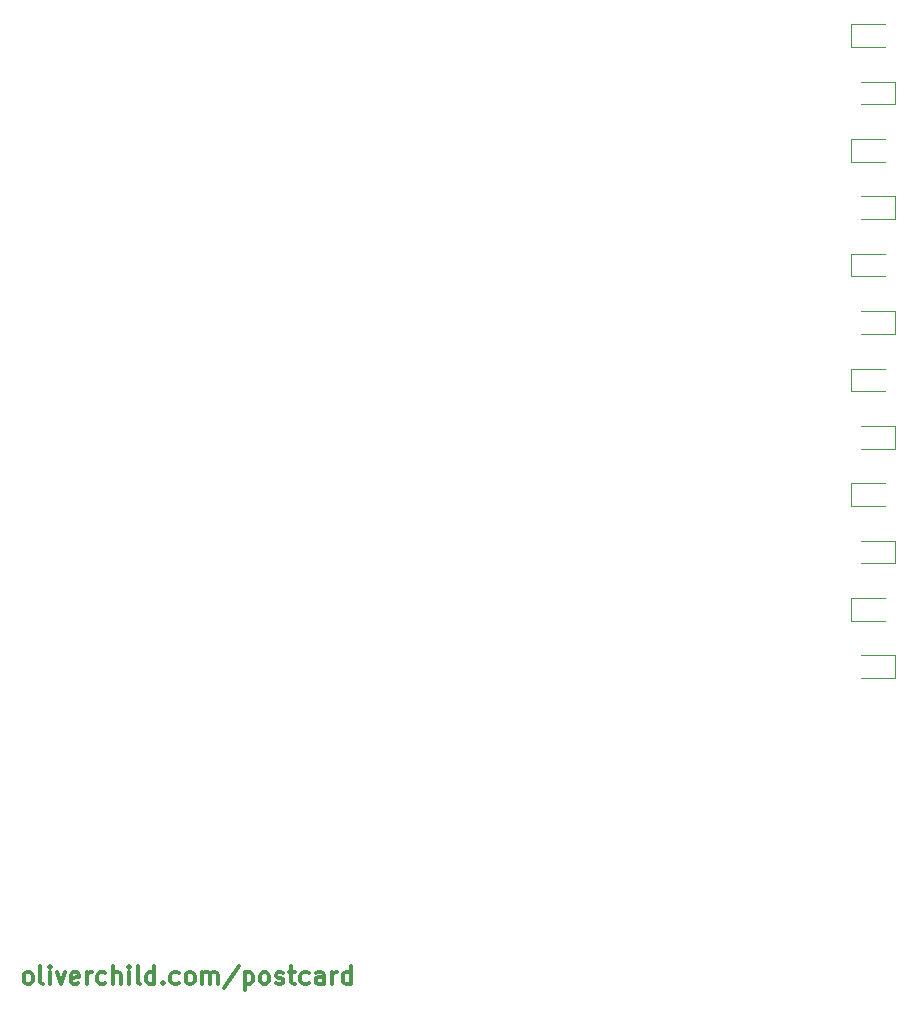
<source format=gbr>
G04 #@! TF.GenerationSoftware,KiCad,Pcbnew,5.0.0-fee4fd1~66~ubuntu16.04.1*
G04 #@! TF.CreationDate,2018-08-16T23:09:48+08:00*
G04 #@! TF.ProjectId,postcard,706F7374636172642E6B696361645F70,rev?*
G04 #@! TF.SameCoordinates,Original*
G04 #@! TF.FileFunction,Legend,Top*
G04 #@! TF.FilePolarity,Positive*
%FSLAX46Y46*%
G04 Gerber Fmt 4.6, Leading zero omitted, Abs format (unit mm)*
G04 Created by KiCad (PCBNEW 5.0.0-fee4fd1~66~ubuntu16.04.1) date Thu Aug 16 23:09:48 2018*
%MOMM*%
%LPD*%
G01*
G04 APERTURE LIST*
%ADD10C,0.300000*%
%ADD11C,0.120000*%
G04 APERTURE END LIST*
D10*
X3122857Y-98318571D02*
X2979999Y-98247142D01*
X2908571Y-98175714D01*
X2837142Y-98032857D01*
X2837142Y-97604285D01*
X2908571Y-97461428D01*
X2979999Y-97390000D01*
X3122857Y-97318571D01*
X3337142Y-97318571D01*
X3479999Y-97390000D01*
X3551428Y-97461428D01*
X3622857Y-97604285D01*
X3622857Y-98032857D01*
X3551428Y-98175714D01*
X3479999Y-98247142D01*
X3337142Y-98318571D01*
X3122857Y-98318571D01*
X4479999Y-98318571D02*
X4337142Y-98247142D01*
X4265714Y-98104285D01*
X4265714Y-96818571D01*
X5051428Y-98318571D02*
X5051428Y-97318571D01*
X5051428Y-96818571D02*
X4979999Y-96890000D01*
X5051428Y-96961428D01*
X5122857Y-96890000D01*
X5051428Y-96818571D01*
X5051428Y-96961428D01*
X5622857Y-97318571D02*
X5979999Y-98318571D01*
X6337142Y-97318571D01*
X7479999Y-98247142D02*
X7337142Y-98318571D01*
X7051428Y-98318571D01*
X6908571Y-98247142D01*
X6837142Y-98104285D01*
X6837142Y-97532857D01*
X6908571Y-97390000D01*
X7051428Y-97318571D01*
X7337142Y-97318571D01*
X7479999Y-97390000D01*
X7551428Y-97532857D01*
X7551428Y-97675714D01*
X6837142Y-97818571D01*
X8194285Y-98318571D02*
X8194285Y-97318571D01*
X8194285Y-97604285D02*
X8265714Y-97461428D01*
X8337142Y-97390000D01*
X8479999Y-97318571D01*
X8622857Y-97318571D01*
X9765714Y-98247142D02*
X9622857Y-98318571D01*
X9337142Y-98318571D01*
X9194285Y-98247142D01*
X9122857Y-98175714D01*
X9051428Y-98032857D01*
X9051428Y-97604285D01*
X9122857Y-97461428D01*
X9194285Y-97390000D01*
X9337142Y-97318571D01*
X9622857Y-97318571D01*
X9765714Y-97390000D01*
X10408571Y-98318571D02*
X10408571Y-96818571D01*
X11051428Y-98318571D02*
X11051428Y-97532857D01*
X10979999Y-97390000D01*
X10837142Y-97318571D01*
X10622857Y-97318571D01*
X10479999Y-97390000D01*
X10408571Y-97461428D01*
X11765714Y-98318571D02*
X11765714Y-97318571D01*
X11765714Y-96818571D02*
X11694285Y-96890000D01*
X11765714Y-96961428D01*
X11837142Y-96890000D01*
X11765714Y-96818571D01*
X11765714Y-96961428D01*
X12694285Y-98318571D02*
X12551428Y-98247142D01*
X12479999Y-98104285D01*
X12479999Y-96818571D01*
X13908571Y-98318571D02*
X13908571Y-96818571D01*
X13908571Y-98247142D02*
X13765714Y-98318571D01*
X13479999Y-98318571D01*
X13337142Y-98247142D01*
X13265714Y-98175714D01*
X13194285Y-98032857D01*
X13194285Y-97604285D01*
X13265714Y-97461428D01*
X13337142Y-97390000D01*
X13479999Y-97318571D01*
X13765714Y-97318571D01*
X13908571Y-97390000D01*
X14622857Y-98175714D02*
X14694285Y-98247142D01*
X14622857Y-98318571D01*
X14551428Y-98247142D01*
X14622857Y-98175714D01*
X14622857Y-98318571D01*
X15979999Y-98247142D02*
X15837142Y-98318571D01*
X15551428Y-98318571D01*
X15408571Y-98247142D01*
X15337142Y-98175714D01*
X15265714Y-98032857D01*
X15265714Y-97604285D01*
X15337142Y-97461428D01*
X15408571Y-97390000D01*
X15551428Y-97318571D01*
X15837142Y-97318571D01*
X15979999Y-97390000D01*
X16837142Y-98318571D02*
X16694285Y-98247142D01*
X16622857Y-98175714D01*
X16551428Y-98032857D01*
X16551428Y-97604285D01*
X16622857Y-97461428D01*
X16694285Y-97390000D01*
X16837142Y-97318571D01*
X17051428Y-97318571D01*
X17194285Y-97390000D01*
X17265714Y-97461428D01*
X17337142Y-97604285D01*
X17337142Y-98032857D01*
X17265714Y-98175714D01*
X17194285Y-98247142D01*
X17051428Y-98318571D01*
X16837142Y-98318571D01*
X17979999Y-98318571D02*
X17979999Y-97318571D01*
X17979999Y-97461428D02*
X18051428Y-97390000D01*
X18194285Y-97318571D01*
X18408571Y-97318571D01*
X18551428Y-97390000D01*
X18622857Y-97532857D01*
X18622857Y-98318571D01*
X18622857Y-97532857D02*
X18694285Y-97390000D01*
X18837142Y-97318571D01*
X19051428Y-97318571D01*
X19194285Y-97390000D01*
X19265714Y-97532857D01*
X19265714Y-98318571D01*
X21051428Y-96747142D02*
X19765714Y-98675714D01*
X21551428Y-97318571D02*
X21551428Y-98818571D01*
X21551428Y-97390000D02*
X21694285Y-97318571D01*
X21979999Y-97318571D01*
X22122857Y-97390000D01*
X22194285Y-97461428D01*
X22265714Y-97604285D01*
X22265714Y-98032857D01*
X22194285Y-98175714D01*
X22122857Y-98247142D01*
X21979999Y-98318571D01*
X21694285Y-98318571D01*
X21551428Y-98247142D01*
X23122857Y-98318571D02*
X22979999Y-98247142D01*
X22908571Y-98175714D01*
X22837142Y-98032857D01*
X22837142Y-97604285D01*
X22908571Y-97461428D01*
X22979999Y-97390000D01*
X23122857Y-97318571D01*
X23337142Y-97318571D01*
X23479999Y-97390000D01*
X23551428Y-97461428D01*
X23622857Y-97604285D01*
X23622857Y-98032857D01*
X23551428Y-98175714D01*
X23479999Y-98247142D01*
X23337142Y-98318571D01*
X23122857Y-98318571D01*
X24194285Y-98247142D02*
X24337142Y-98318571D01*
X24622857Y-98318571D01*
X24765714Y-98247142D01*
X24837142Y-98104285D01*
X24837142Y-98032857D01*
X24765714Y-97890000D01*
X24622857Y-97818571D01*
X24408571Y-97818571D01*
X24265714Y-97747142D01*
X24194285Y-97604285D01*
X24194285Y-97532857D01*
X24265714Y-97390000D01*
X24408571Y-97318571D01*
X24622857Y-97318571D01*
X24765714Y-97390000D01*
X25265714Y-97318571D02*
X25837142Y-97318571D01*
X25479999Y-96818571D02*
X25479999Y-98104285D01*
X25551428Y-98247142D01*
X25694285Y-98318571D01*
X25837142Y-98318571D01*
X26979999Y-98247142D02*
X26837142Y-98318571D01*
X26551428Y-98318571D01*
X26408571Y-98247142D01*
X26337142Y-98175714D01*
X26265714Y-98032857D01*
X26265714Y-97604285D01*
X26337142Y-97461428D01*
X26408571Y-97390000D01*
X26551428Y-97318571D01*
X26837142Y-97318571D01*
X26979999Y-97390000D01*
X28265714Y-98318571D02*
X28265714Y-97532857D01*
X28194285Y-97390000D01*
X28051428Y-97318571D01*
X27765714Y-97318571D01*
X27622857Y-97390000D01*
X28265714Y-98247142D02*
X28122857Y-98318571D01*
X27765714Y-98318571D01*
X27622857Y-98247142D01*
X27551428Y-98104285D01*
X27551428Y-97961428D01*
X27622857Y-97818571D01*
X27765714Y-97747142D01*
X28122857Y-97747142D01*
X28265714Y-97675714D01*
X28980000Y-98318571D02*
X28980000Y-97318571D01*
X28980000Y-97604285D02*
X29051428Y-97461428D01*
X29122857Y-97390000D01*
X29265714Y-97318571D01*
X29408571Y-97318571D01*
X30551428Y-98318571D02*
X30551428Y-96818571D01*
X30551428Y-98247142D02*
X30408571Y-98318571D01*
X30122857Y-98318571D01*
X29980000Y-98247142D01*
X29908571Y-98175714D01*
X29837142Y-98032857D01*
X29837142Y-97604285D01*
X29908571Y-97461428D01*
X29980000Y-97390000D01*
X30122857Y-97318571D01*
X30408571Y-97318571D01*
X30551428Y-97390000D01*
D11*
G04 #@! TO.C,D1*
X73715000Y-62687267D02*
X76575000Y-62687267D01*
X76575000Y-62687267D02*
X76575000Y-60767267D01*
X76575000Y-60767267D02*
X73715000Y-60767267D01*
G04 #@! TO.C,D2*
X75760000Y-36485452D02*
X72900000Y-36485452D01*
X72900000Y-36485452D02*
X72900000Y-38405452D01*
X72900000Y-38405452D02*
X75760000Y-38405452D01*
G04 #@! TO.C,D3*
X73715000Y-33549089D02*
X76575000Y-33549089D01*
X76575000Y-33549089D02*
X76575000Y-31629089D01*
X76575000Y-31629089D02*
X73715000Y-31629089D01*
G04 #@! TO.C,D4*
X72900000Y-57830904D02*
X75760000Y-57830904D01*
X72900000Y-55910904D02*
X72900000Y-57830904D01*
X75760000Y-55910904D02*
X72900000Y-55910904D01*
G04 #@! TO.C,D5*
X76575000Y-41341815D02*
X73715000Y-41341815D01*
X76575000Y-43261815D02*
X76575000Y-41341815D01*
X73715000Y-43261815D02*
X76575000Y-43261815D01*
G04 #@! TO.C,D6*
X72900000Y-28692726D02*
X75760000Y-28692726D01*
X72900000Y-26772726D02*
X72900000Y-28692726D01*
X75760000Y-26772726D02*
X72900000Y-26772726D01*
G04 #@! TO.C,D7*
X75760000Y-17060000D02*
X72900000Y-17060000D01*
X72900000Y-17060000D02*
X72900000Y-18980000D01*
X72900000Y-18980000D02*
X75760000Y-18980000D01*
G04 #@! TO.C,D8*
X76575000Y-21916363D02*
X73715000Y-21916363D01*
X76575000Y-23836363D02*
X76575000Y-21916363D01*
X73715000Y-23836363D02*
X76575000Y-23836363D01*
G04 #@! TO.C,D9*
X73715000Y-72400000D02*
X76575000Y-72400000D01*
X76575000Y-72400000D02*
X76575000Y-70480000D01*
X76575000Y-70480000D02*
X73715000Y-70480000D01*
G04 #@! TO.C,D10*
X72900000Y-67543630D02*
X75760000Y-67543630D01*
X72900000Y-65623630D02*
X72900000Y-67543630D01*
X75760000Y-65623630D02*
X72900000Y-65623630D01*
G04 #@! TO.C,D11*
X75760000Y-46198178D02*
X72900000Y-46198178D01*
X72900000Y-46198178D02*
X72900000Y-48118178D01*
X72900000Y-48118178D02*
X75760000Y-48118178D01*
G04 #@! TO.C,D12*
X76575000Y-51054541D02*
X73715000Y-51054541D01*
X76575000Y-52974541D02*
X76575000Y-51054541D01*
X73715000Y-52974541D02*
X76575000Y-52974541D01*
G04 #@! TD*
M02*

</source>
